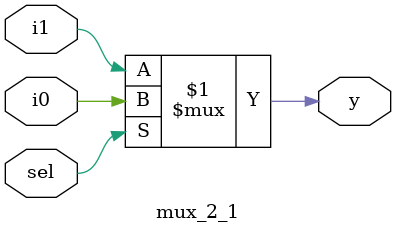
<source format=v>
module mux_2_1(
  input i0,i1,
  input sel,
  output y);
assign y= sel ? i0 : i1;
endmodule

</source>
